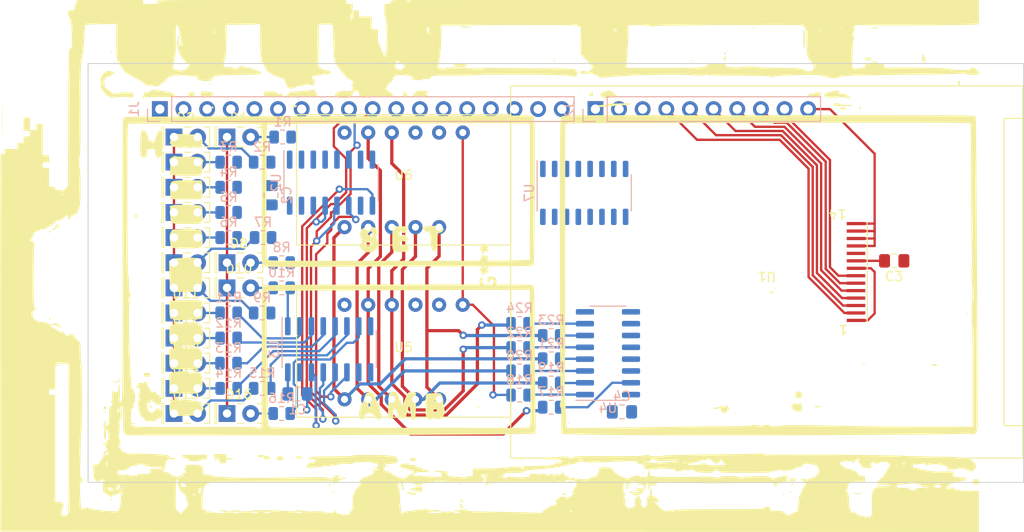
<source format=kicad_pcb>
(kicad_pcb (version 20210424) (generator pcbnew)
  (layers (0 "F.Cu" signal) (31 "B.Cu" signal) (34 "B.Paste" user) (35 "F.Paste" user) (36 "B.SilkS" user "B.Silkscreen") (37 "F.SilkS" user "F.Silkscreen") (38 "B.Mask" user) (39 "F.Mask" user) (44 "Edge.Cuts" user))
  (net 0 "")
  (net 1 "+5V")
  (net 2 "Net-(D1-Pad2)")
  (net 3 "Net-(D2-Pad2)")
  (net 4 "Net-(R1-Pad1)")
  (net 5 "Net-(D3-Pad2)")
  (net 6 "Net-(R2-Pad1)")
  (net 7 "Net-(R3-Pad1)")
  (net 8 "Net-(D4-Pad2)")
  (net 9 "Net-(R4-Pad1)")
  (net 10 "Net-(R5-Pad1)")
  (net 11 "Net-(D5-Pad2)")
  (net 12 "Net-(R6-Pad1)")
  (net 13 "Net-(R7-Pad1)")
  (net 14 "Net-(R8-Pad1)")
  (net 15 "Net-(R9-Pad1)")
  (net 16 "Net-(R10-Pad1)")
  (net 17 "Net-(D6-Pad2)")
  (net 18 "Net-(R11-Pad1)")
  (net 19 "Net-(R12-Pad1)")
  (net 20 "Net-(D7-Pad2)")
  (net 21 "Net-(R13-Pad1)")
  (net 22 "Net-(R14-Pad1)")
  (net 23 "Net-(D8-Pad2)")
  (net 24 "Net-(R15-Pad1)")
  (net 25 "Net-(R16-Pad1)")
  (net 26 "Net-(R17-Pad1)")
  (net 27 "Net-(R18-Pad1)")
  (net 28 "Net-(R19-Pad1)")
  (net 29 "Net-(R20-Pad1)")
  (net 30 "Net-(R21-Pad1)")
  (net 31 "Net-(R22-Pad1)")
  (net 32 "Net-(R23-Pad1)")
  (net 33 "Net-(R23-Pad2)")
  (net 34 "Net-(R24-Pad1)")
  (net 35 "Net-(R24-Pad2)")
  (net 36 "Net-(D9-Pad2)")
  (net 37 "Net-(D10-Pad2)")
  (net 38 "Net-(D11-Pad2)")
  (net 39 "Net-(D12-Pad2)")
  (net 40 "Net-(D13-Pad2)")
  (net 41 "Net-(D14-Pad2)")
  (net 42 "Net-(D15-Pad2)")
  (net 43 "Net-(C3-Pad2)")
  (net 44 "Net-(D16-Pad2)")
  (net 45 "/MOSI_2")
  (net 46 "/SCK_2")
  (net 47 "/Clear")
  (net 48 "/LH_2")
  (net 49 "/MOSI_1")
  (net 51 "/SCK_1")
  (net 52 "/LED_Dimming")
  (net 53 "/LH_1")
  (net 55 "/D1")
  (net 56 "Net-(J2-Pad4)")
  (net 57 "Net-(J2-Pad5)")
  (net 58 "Net-(J2-Pad6)")
  (net 59 "Net-(J2-Pad7)")
  (net 60 "Net-(R17-Pad2)")
  (net 61 "Net-(R18-Pad2)")
  (net 62 "Net-(R19-Pad2)")
  (net 63 "Net-(R20-Pad2)")
  (net 64 "Net-(R21-Pad2)")
  (net 65 "Net-(R22-Pad2)")
  (net 66 "Net-(J2-Pad8)")
  (net 67 "Net-(J2-Pad9)")
  (net 68 "Net-(J2-Pad3)")
  (net 69 "Net-(U2-Pad9)")
  (net 72 "Net-(U6-Pad8)")
  (net 73 "Net-(U6-Pad9)")
  (net 74 "Net-(U6-Pad12)")
  (net 75 "/D2")
  (net 76 "/D3")
  (net 77 "/D4")
  (net 78 "/D5")
  (net 79 "/D6")
  (net 81 "GND")
  (net 83 "Net-(U5-Pad8)")
  (net 84 "Net-(U5-Pad9)")
  (net 85 "Net-(U5-Pad12)")
  (footprint "LED_THT:LED_Rectangular_W5.0mm_H2.0mm" (layer "F.Cu") (at 107.525 68.4)
    (fp_text reference "D1")
    (fp_text value "LED")
  )
  (footprint "LEDs:2.2_wvga_spi" (layer "F.Cu") (at 165.5 82.9 180)
    (fp_text reference "U1")
    (fp_text value "2.2__WVGA_SPI_14pin")
  )
  (footprint "LED_THT:LED_Rectangular_W5.0mm_H2.0mm" (layer "F.Cu") (at 101.825 71.1)
    (fp_text reference "D3")
    (fp_text value "LED")
  )
  (footprint "LED_THT:LED_Rectangular_W5.0mm_H2.0mm" (layer "F.Cu") (at 101.825 73.8)
    (fp_text reference "D4")
    (fp_text value "LED")
  )
  (footprint "Capacitor_SMD:C_0805_2012Metric_Pad1.18x1.45mm_HandSolder" (layer "F.Cu") (at 179.2 81.7 180)
    (fp_text reference "C3")
    (fp_text value "100n")
  )
  (footprint "LED_THT:LED_Rectangular_W5.0mm_H2.0mm" (layer "F.Cu") (at 101.825 76.5)
    (fp_text reference "D5")
    (fp_text value "LED")
  )
  (footprint "LED_THT:LED_Rectangular_W5.0mm_H2.0mm" (layer "F.Cu") (at 107.525 81.9)
    (fp_text reference "D8")
    (fp_text value "LED")
  )
  (footprint "LED_THT:LED_Rectangular_W5.0mm_H2.0mm" (layer "F.Cu") (at 107.525 98.1)
    (fp_text reference "D16")
    (fp_text value "LED")
  )
  (footprint "LED_THT:LED_Rectangular_W5.0mm_H2.0mm" (layer "F.Cu") (at 101.825 90)
    (fp_text reference "D12")
    (fp_text value "LED")
  )
  (footprint "LED_THT:LED_Rectangular_W5.0mm_H2.0mm" (layer "F.Cu") (at 101.825 84.6)
    (fp_text reference "D9")
    (fp_text value "LED")
  )
  (footprint "Personal:CL3631AH" (layer "F.Cu") (at 126.5 73)
    (fp_text reference "U6")
    (fp_text value "CL3631AH")
  )
  (footprint "Personal:CL3631AH" (layer "F.Cu") (at 126.5 91.5)
    (fp_text reference "U5")
    (fp_text value "CL3631AH")
  )
  (footprint "LED_THT:LED_Rectangular_W5.0mm_H2.0mm" (layer "F.Cu") (at 101.825 68.4)
    (fp_text reference "D2")
    (fp_text value "LED")
  )
  (footprint "LED_THT:LED_Rectangular_W5.0mm_H2.0mm" (layer "F.Cu") (at 101.825 79.2)
    (fp_text reference "D6")
    (fp_text value "LED")
  )
  (footprint "LED_THT:LED_Rectangular_W5.0mm_H2.0mm" (layer "F.Cu") (at 101.825 92.7)
    (fp_text reference "D13")
    (fp_text value "LED")
  )
  (footprint "Personal:hvac overlay" (layer "F.Cu") (at 135.636 82.296 -90)
    (fp_text reference "G***")
    (fp_text value "LOGO" hide)
  )
  (footprint "LED_THT:LED_Rectangular_W5.0mm_H2.0mm" (layer "F.Cu") (at 101.825 81.9)
    (fp_text reference "D7")
    (fp_text value "LED")
  )
  (footprint "LED_THT:LED_Rectangular_W5.0mm_H2.0mm" (layer "F.Cu") (at 101.825 98.1)
    (fp_text reference "D15")
    (fp_text value "LED")
  )
  (footprint "LED_THT:LED_Rectangular_W5.0mm_H2.0mm" (layer "F.Cu") (at 101.825 87.3)
    (fp_text reference "D11")
    (fp_text value "LED")
  )
  (footprint "LED_THT:LED_Rectangular_W5.0mm_H2.0mm" (layer "F.Cu") (at 107.525 84.6)
    (fp_text reference "D10")
    (fp_text value "LED")
  )
  (footprint "LED_THT:LED_Rectangular_W5.0mm_H2.0mm" (layer "F.Cu") (at 101.825 95.4)
    (fp_text reference "D14")
    (fp_text value "LED")
  )
  (footprint "Capacitor_SMD:C_0805_2012Metric_Pad1.18x1.45mm_HandSolder" (layer "B.Cu") (at 115.1 96)
    (fp_text reference "C1")
    (fp_text value "100n")
  )
  (footprint "Resistor_SMD:R_0805_2012Metric" (layer "B.Cu") (at 111.3 71.1 180)
    (fp_text reference "R2")
    (fp_text value "220")
  )
  (footprint "Package_SO:SOIC-16_3.9x9.9mm_P1.27mm" (layer "B.Cu") (at 118.5 91.2 -90)
    (fp_text reference "U3")
    (fp_text value "74HC595")
  )
  (footprint "Resistor_SMD:R_0805_2012Metric" (layer "B.Cu") (at 142.351854 89.725 180)
    (fp_text reference "R23")
    (fp_text value "220")
  )
  (footprint "Resistor_SMD:R_0805_2012Metric" (layer "B.Cu") (at 113.4 84.6 180)
    (fp_text reference "R10")
    (fp_text value "220")
  )
  (footprint "Resistor_SMD:R_0805_2012Metric" (layer "B.Cu") (at 138.951854 96.125 180)
    (fp_text reference "R18")
    (fp_text value "220")
  )
  (footprint "Resistor_SMD:R_0805_2012Metric" (layer "B.Cu") (at 142.351854 92.225 180)
    (fp_text reference "R21")
    (fp_text value "220")
  )
  (footprint "Resistor_SMD:R_0805_2012Metric" (layer "B.Cu") (at 113.4 81.9 180)
    (fp_text reference "R8")
    (fp_text value "220")
  )
  (footprint "Package_SO:SO-16_3.9x9.9mm_P1.27mm" (layer "B.Cu") (at 145.9 74.4 -90)
    (fp_text reference "U7")
    (fp_text value "ULN2003")
  )
  (footprint "Resistor_SMD:R_0805_2012Metric" (layer "B.Cu") (at 113.4 98.1 180)
    (fp_text reference "R16")
    (fp_text value "220")
  )
  (footprint "Resistor_SMD:R_0805_2012Metric" (layer "B.Cu") (at 107.7 95.4 180)
    (fp_text reference "R14")
    (fp_text value "220")
  )
  (footprint "Resistor_SMD:R_0805_2012Metric" (layer "B.Cu") (at 138.951854 88.425 180)
    (fp_text reference "R24")
    (fp_text value "220")
  )
  (footprint "Resistor_SMD:R_0805_2012Metric" (layer "B.Cu") (at 111.3 95.4 180)
    (fp_text reference "R15")
    (fp_text value "220")
  )
  (footprint "Package_SO:SOIC-16_3.9x9.9mm_P1.27mm" (layer "B.Cu") (at 148.451854 91.625)
    (fp_text reference "U4")
    (fp_text value "74HC595")
  )
  (footprint "Resistor_SMD:R_0805_2012Metric" (layer "B.Cu") (at 107.7 71.1 180)
    (fp_text reference "R3")
    (fp_text value "220")
  )
  (footprint "Resistor_SMD:R_0805_2012Metric" (layer "B.Cu") (at 142.351854 94.825 180)
    (fp_text reference "R19")
    (fp_text value "220")
  )
  (footprint "Capacitor_SMD:C_0805_2012Metric_Pad1.18x1.45mm_HandSolder" (layer "B.Cu") (at 149.951854 97.925 180)
    (fp_text reference "C4")
    (fp_text value "100n")
  )
  (footprint "Resistor_SMD:R_0805_2012Metric" (layer "B.Cu") (at 138.951854 93.525 180)
    (fp_text reference "R20")
    (fp_text value "220")
  )
  (footprint "Resistor_SMD:R_0805_2012Metric" (layer "B.Cu") (at 107.7 73.8 180)
    (fp_text reference "R4")
    (fp_text value "220")
  )
  (footprint "Resistor_SMD:R_0805_2012Metric" (layer "B.Cu") (at 107.7 79.2 180)
    (fp_text reference "R6")
    (fp_text value "220")
  )
  (footprint "Resistor_SMD:R_0805_2012Metric" (layer "B.Cu") (at 107.7 90 180)
    (fp_text reference "R12")
    (fp_text value "220")
  )
  (footprint "Resistor_SMD:R_0805_2012Metric" (layer "B.Cu") (at 107.7 76.5 180)
    (fp_text reference "R5")
    (fp_text value "220")
  )
  (footprint "Resistor_SMD:R_0805_2012Metric" (layer "B.Cu") (at 107.7 87.3 180)
    (fp_text reference "R11")
    (fp_text value "220")
  )
  (footprint "Connector_PinSocket_2.54mm:PinSocket_1x10_P2.54mm_Vertical" (layer "B.Cu") (at 147.1 65.4 -90)
    (fp_text reference "J2")
    (fp_text value "Conn_01x10")
  )
  (footprint "Resistor_SMD:R_0805_2012Metric" (layer "B.Cu") (at 142.351854 97.425 180)
    (fp_text reference "R17")
    (fp_text value "220")
  )
  (footprint "Resistor_SMD:R_0805_2012Metric" (layer "B.Cu") (at 113.5 68.4 180)
    (fp_text reference "R1")
    (fp_text value "220")
  )
  (footprint "Package_SO:SOIC-16_3.9x9.9mm_P1.27mm" (layer "B.Cu") (at 118.7 73.3 -90)
    (fp_text reference "U2")
    (fp_text value "74HC595")
  )
  (footprint "Resistor_SMD:R_0805_2012Metric" (layer "B.Cu") (at 138.951854 91.025 180)
    (fp_text reference "R22")
    (fp_text value "220")
  )
  (footprint "Resistor_SMD:R_0805_2012Metric" (layer "B.Cu") (at 107.6875 92.7 180)
    (fp_text reference "R13")
    (fp_text value "220")
  )
  (footprint "Resistor_SMD:R_0805_2012Metric" (layer "B.Cu") (at 111.3 87.3 180)
    (fp_text reference "R9")
    (fp_text value "220")
  )
  (footprint "Connector_PinSocket_2.54mm:PinSocket_1x18_P2.54mm_Vertical" (layer "B.Cu") (at 100.31 65.4 -90)
    (fp_text reference "J1")
    (fp_text value "Conn_01x18")
  )
  (footprint "Resistor_SMD:R_0805_2012Metric" (layer "B.Cu") (at 111.4 79.2 180)
    (fp_text reference "R7")
    (fp_text value "220")
  )
  (footprint "Capacitor_SMD:C_0805_2012Metric_Pad1.18x1.45mm_HandSolder" (layer "B.Cu") (at 112.25 74.65 90)
    (fp_text reference "C2")
    (fp_text value "100n")
  )
  (gr_rect (start 92.6 60.5) (end 193.1 105.5) (layer "Edge.Cuts") (width 0.1) (fill none))
  (segment (start 114.0625 93.6825) (end 114.055 93.675) (width 0.25) (layer "B.Cu") (net 1))
  (segment (start 114.0625 96) (end 114.0625 93.6825) (width 0.25) (layer "B.Cu") (net 1))
  (segment (start 110.065 68.4) (end 112.5875 68.4) (width 0.25) (layer "B.Cu") (net 2))
  (segment (start 110.3875 71.1) (end 110.3875 70.936522) (width 0.25) (layer "B.Cu") (net 3))
  (segment (start 105.589511 69.624511) (end 109.075489 69.624511) (width 0.25) (layer "B.Cu") (net 3))
  (segment (start 110.3875 70.936522) (end 109.075489 69.624511) (width 0.25) (layer "B.Cu") (net 3))
  (segment (start 104.365 68.4) (end 105.589511 69.624511) (width 0.25) (layer "B.Cu") (net 3))
  (segment (start 104.365 71.1) (end 106.7875 71.1) (width 0.25) (layer "B.Cu") (net 5))
  (segment (start 104.365 73.8) (end 106.7875 73.8) (width 0.25) (layer "B.Cu") (net 8))
  (segment (start 104.365 76.5) (end 106.7875 76.5) (width 0.25) (layer "B.Cu") (net 11))
  (segment (start 114.055 88.725) (end 114.055 84.8575) (width 0.25) (layer "B.Cu") (net 16))
  (segment (start 114.055 84.8575) (end 114.3125 84.6) (width 0.25) (layer "B.Cu") (net 16))
  (segment (start 106.7875 79.2) (end 104.365 79.2) (width 0.25) (layer "B.Cu") (net 17))
  (segment (start 115.00048 90.02452) (end 111.33702 90.02452) (width 0.25) (layer "B.Cu") (net 18))
  (segment (start 115.325 88.725) (end 115.325 89.7) (width 0.25) (layer "B.Cu") (net 18))
  (segment (start 115.325 89.7) (end 115.00048 90.02452) (width 0.25) (layer "B.Cu") (net 18))
  (segment (start 111.33702 90.02452) (end 108.6125 87.3) (width 0.25) (layer "B.Cu") (net 18))
  (segment (start 116.595 89.7) (end 116.595 88.725) (width 0.25) (layer "B.Cu") (net 19))
  (segment (start 108.6125 90) (end 109.08654 90.47404) (width 0.25) (layer "B.Cu") (net 19))
  (segment (start 115.82096 90.47404) (end 116.595 89.7) (width 0.25) (layer "B.Cu") (net 19))
  (segment (start 109.08654 90.47404) (end 115.82096 90.47404) (width 0.25) (layer "B.Cu") (net 19))
  (segment (start 105.865 80.4) (end 109.2875 80.4) (width 0.25) (layer "B.Cu") (net 20))
  (segment (start 109.2875 80.4) (end 110.4875 79.2) (width 0.25) (layer "B.Cu") (net 20))
  (segment (start 104.365 81.9) (end 105.865 80.4) (width 0.25) (layer "B.Cu") (net 20))
  (segment (start 117.865 89.7) (end 116.64144 90.92356) (width 0.25) (layer "B.Cu") (net 21))
  (segment (start 116.64144 90.92356) (end 111.47644 90.92356) (width 0.25) (layer "B.Cu") (net 21))
  (segment (start 117.865 88.725) (end 117.865 89.7) (width 0.25) (layer "B.Cu") (net 21))
  (segment (start 108.6 92.7) (end 109.7 92.7) (width 0.25) (layer "B.Cu") (net 21))
  (segment (start 109.7 92.7) (end 111.47644 90.92356) (width 0.25) (layer "B.Cu") (net 21))
  (segment (start 112.5 91.4) (end 108.6125 95.2875) (width 0.25) (layer "B.Cu") (net 22))
  (segment (start 108.6125 95.2875) (end 108.6125 95.4) (width 0.25) (layer "B.Cu") (net 22))
  (segment (start 119.135 89.7) (end 117.435 91.4) (width 0.25) (layer "B.Cu") (net 22))
  (segment (start 117.435 91.4) (end 112.5 91.4) (width 0.25) (layer "B.Cu") (net 22))
  (segment (start 119.135 88.725) (end 119.135 89.7) (width 0.25) (layer "B.Cu") (net 22))
  (segment (start 110.065 81.9) (end 112.4875 81.9) (width 0.25) (layer "B.Cu") (net 23))
  (segment (start 112.2125 95.4) (end 112.2125 92.8875) (width 0.25) (layer "B.Cu") (net 24))
  (segment (start 112.2125 92.8875) (end 112.35 92.75) (width 0.25) (layer "B.Cu") (net 24))
  (segment (start 113.25048 91.84952) (end 118.25548 91.84952) (width 0.25) (layer "B.Cu") (net 24))
  (segment (start 120.405 89.7) (end 120.405 88.725) (width 0.25) (layer "B.Cu") (net 24))
  (segment (start 118.25548 91.84952) (end 120.405 89.7) (width 0.25) (layer "B.Cu") (net 24))
  (segment (start 112.2125 92.8875) (end 113.25048 91.84952) (width 0.25) (layer "B.Cu") (net 24))
  (segment (start 114.70048 92.646374) (end 115.046854 92.3) (width 0.25) (layer "B.Cu") (net 25))
  (segment (start 120.4 90.5) (end 121.1 90.5) (width 0.25) (layer "B.Cu") (net 25))
  (segment (start 115.02548 95.24904) (end 114.70048 94.92404) (width 0.25) (layer "B.Cu") (net 25))
  (segment (start 114.3125 98.1) (end 115.02548 97.38702) (width 0.25) (layer "B.Cu") (net 25))
  (segment (start 114.70048 94.92404) (end 114.70048 92.646374) (width 0.25) (layer "B.Cu") (net 25))
  (segment (start 118.6 92.3) (end 120.4 90.5) (width 0.25) (layer "B.Cu") (net 25))
  (segment (start 121.675 88.725) (end 121.675 89.925) (width 0.25) (layer "B.Cu") (net 25))
  (segment (start 115.046854 92.3) (end 118.6 92.3) (width 0.25) (layer "B.Cu") (net 25))
  (segment (start 121.675 89.925) (end 121.1 90.5) (width 0.25) (layer "B.Cu") (net 25))
  (segment (start 115.02548 97.38702) (end 115.02548 95.24904) (width 0.25) (layer "B.Cu") (net 25))
  (segment (start 146.275 97.425) (end 148.9 94.8) (width 0.25) (layer "B.Cu") (net 26))
  (segment (start 143.264354 97.425) (end 146.275 97.425) (width 0.25) (layer "B.Cu") (net 26))
  (segment (start 148.9 94.8) (end 150.926854 94.8) (width 0.25) (layer "B.Cu") (net 26))
  (segment (start 145.976854 96.07) (end 139.919354 96.07) (width 0.25) (layer "B.Cu") (net 27))
  (segment (start 139.919354 96.07) (end 139.864354 96.125) (width 0.25) (layer "B.Cu") (net 27))
  (segment (start 145.951854 94.825) (end 145.976854 94.8) (width 0.25) (layer "B.Cu") (net 28))
  (segment (start 143.264354 94.825) (end 145.951854 94.825) (width 0.25) (layer "B.Cu") (net 28))
  (segment (start 145.976854 93.53) (end 139.869354 93.53) (width 0.25) (layer "B.Cu") (net 29))
  (segment (start 139.869354 93.53) (end 139.864354 93.525) (width 0.25) (layer "B.Cu") (net 29))
  (segment (start 143.264354 92.225) (end 145.941854 92.225) (width 0.25) (layer "B.Cu") (net 30))
  (segment (start 145.941854 92.225) (end 145.976854 92.26) (width 0.25) (layer "B.Cu") (net 30))
  (segment (start 139.899354 90.99) (end 139.864354 91.025) (width 0.25) (layer "B.Cu") (net 31))
  (segment (start 145.976854 90.99) (end 139.899354 90.99) (width 0.25) (layer "B.Cu") (net 31))
  (segment (start 145.971854 89.725) (end 145.976854 89.72) (width 0.25) (layer "B.Cu") (net 32))
  (segment (start 143.264354 89.725) (end 145.971854 89.725) (width 0.25) (layer "B.Cu") (net 32))
  (segment (start 129 82.5) (end 129 89.2) (width 0.35) (layer "F.Cu") (net 33))
  (segment (start 129 89.2) (end 132.4 89.2) (width 0.35) (layer "F.Cu") (net 33))
  (segment (start 130.31 78.08) (end 130.31 81.19) (width 0.35) (layer "F.Cu") (net 33))
  (segment (start 132.4 89.2) (end 132.9 89.7) (width 0.35) (layer "F.Cu") (net 33))
  (segment (start 129 89.2) (end 129 95.27) (width 0.35) (layer "F.Cu") (net 33))
  (segment (start 129 95.27) (end 130.31 96.58) (width 0.35) (layer "F.Cu") (net 33))
  (segment (start 130.31 81.19) (end 129 82.5) (width 0.35) (layer "F.Cu") (net 33))
  (via (at 132.9 89.7) (size 0.8) (drill 0.4) (layers "F.Cu" "B.Cu") (net 33))
  (segment (start 132.9 89.7) (end 132.925 89.725) (width 0.35) (layer "B.Cu") (net 33))
  (segment (start 132.925 89.725) (end 141.439354 89.725) (width 0.35) (layer "B.Cu") (net 33))
  (segment (start 145.976854 88.45) (end 139.889354 88.45) (width 0.25) (layer "B.Cu") (net 34))
  (segment (start 139.889354 88.45) (end 139.864354 88.425) (width 0.25) (layer "B.Cu") (net 34))
  (segment (start 123.826511 82.173489) (end 123.826511 95.176511) (width 0.35) (layer "F.Cu") (net 35))
  (segment (start 134.424588 89.075412) (end 134.9 88.6) (width 0.35) (layer "F.Cu") (net 35))
  (segment (start 134.424588 94.924588) (end 134.424588 89.075412) (width 0.35) (layer "F.Cu") (net 35))
  (segment (start 125.23 80.77) (end 123.826511 82.173489) (width 0.35) (layer "F.Cu") (net 35))
  (segment (start 125.23 96.58) (end 126.91603 98.26603) (width 0.35) (layer "F.Cu") (net 35))
  (segment (start 131.083145 98.26603) (end 134.424588 94.924588) (width 0.35) (layer "F.Cu") (net 35))
  (segment (start 126.91603 98.26603) (end 131.083145 98.26603) (width 0.35) (layer "F.Cu") (net 35))
  (segment (start 123.826511 95.176511) (end 125.23 96.58) (width 0.35) (layer "F.Cu") (net 35))
  (segment (start 125.23 78.08) (end 125.23 80.77) (width 0.35) (layer "F.Cu") (net 35))
  (via (at 134.9 88.6) (size 0.8) (drill 0.4) (layers "F.Cu" "B.Cu") (net 35))
  (segment (start 136.7 88.6) (end 137.864354 88.6) (width 0.35) (layer "B.Cu") (net 35))
  (segment (start 137.864354 88.6) (end 138.039354 88.425) (width 0.35) (layer "B.Cu") (net 35))
  (segment (start 134.9 88.6) (end 136.7 88.6) (width 0.35) (layer "B.Cu") (net 35))
  (segment (start 109.0875 86) (end 110.3875 87.3) (width 0.25) (layer "B.Cu") (net 36))
  (segment (start 104.365 84.6) (end 105.765 86) (width 0.25) (layer "B.Cu") (net 36))
  (segment (start 105.765 86) (end 109.0875 86) (width 0.25) (layer "B.Cu") (net 36))
  (segment (start 110.065 84.6) (end 112.4875 84.6) (width 0.25) (layer "B.Cu") (net 37))
  (segment (start 104.365 87.3) (end 106.7875 87.3) (width 0.25) (layer "B.Cu") (net 38))
  (segment (start 106.7875 90) (end 104.365 90) (width 0.25) (layer "B.Cu") (net 39))
  (segment (start 104.365 92.7) (end 106.775 92.7) (width 0.25) (layer "B.Cu") (net 40))
  (segment (start 104.365 95.4) (end 106.7875 95.4) (width 0.25) (layer "B.Cu") (net 41))
  (segment (start 105.765 96.7) (end 109.2875 96.7) (width 0.25) (layer "B.Cu") (net 42))
  (segment (start 104.365 98.1) (end 105.765 96.7) (width 0.25) (layer "B.Cu") (net 42))
  (segment (start 109.2875 96.7) (end 110.5875 95.4) (width 0.25) (layer "B.Cu") (net 42))
  (segment (start 175.1 81.7) (end 178.1625 81.7) (width 0.25) (layer "F.Cu") (net 43))
  (segment (start 110.065 98.1) (end 112.4875 98.1) (width 0.25) (layer "B.Cu") (net 44))
  (segment (start 117.7 96.3) (end 118.67402 96.3) (width 0.25) (layer "F.Cu") (net 51))
  (segment (start 118.724511 77.824511) (end 118.724511 78.375489) (width 0.25) (layer "F.Cu") (net 51))
  (segment (start 121.077035 76.975489) (end 119.573533 76.975489) (width 0.25) (layer "F.Cu") (net 51))
  (segment (start 117.1 95.7) (end 117.7 96.3) (width 0.25) (layer "F.Cu") (net 51))
  (segment (start 118.3 79.8) (end 117.1 81) (width 0.25) (layer "F.Cu") (net 51))
  (segment (start 118.3 78.8) (end 118.3 79.8) (width 0.25) (layer "F.Cu") (net 51))
  (segment (start 117.1 81) (end 117.1 95.7) (width 0.25) (layer "F.Cu") (net 51))
  (segment (start 118.724511 78.375489) (end 118.3 78.8) (width 0.25) (layer "F.Cu") (net 51))
  (segment (start 121.36112 77.259574) (end 121.077035 76.975489) (width 0.25) (layer "F.Cu") (net 51))
  (segment (start 119.573533 76.975489) (end 118.724511 77.824511) (width 0.25) (layer "F.Cu") (net 51))
  (via (at 121.36112 77.259574) (size 0.8) (drill 0.4) (layers "F.Cu" "B.Cu") (net 51))
  (via (at 118.67402 96.3) (size 0.8) (drill 0.4) (layers "F.Cu" "B.Cu") (net 51))
  (segment (start 118.8 95.7) (end 118.67402 95.82598) (width 0.25) (layer "B.Cu") (net 51))
  (segment (start 121.36112 77.259574) (end 120.605 76.503454) (width 0.25) (layer "B.Cu") (net 51))
  (segment (start 120.405 94.095) (end 118.8 95.7) (width 0.25) (layer "B.Cu") (net 51))
  (segment (start 118.67402 95.82598) (end 118.67402 96.3) (width 0.25) (layer "B.Cu") (net 51))
  (segment (start 120.605 76.503454) (end 120.605 75.775) (width 0.25) (layer "B.Cu") (net 51))
  (segment (start 120.405 93.675) (end 120.405 94.095) (width 0.25) (layer "B.Cu") (net 51))
  (segment (start 120.324511 74.347766) (end 120.324511 70.724511) (width 0.25) (layer "F.Cu") (net 52))
  (segment (start 117.112299 77.187701) (end 118.7 75.6) (width 0.25) (layer "F.Cu") (net 52))
  (segment (start 117.8245 97.716506) (end 117.8245 98.7) (width 0.25) (layer "F.Cu") (net 52))
  (segment (start 116.1 94.5) (end 116.1 95.992006) (width 0.25) (layer "F.Cu") (net 52))
  (segment (start 118.7 75.6) (end 119.072277 75.6) (width 0.25) (layer "F.Cu") (net 52))
  (segment (start 116.6 77.7) (end 116.787701 77.512299) (width 0.25) (layer "F.Cu") (net 52))
  (segment (start 116.603997 96.496003) (end 117.8245 97.716506) (width 0.25) (layer "F.Cu") (net 52))
  (segment (start 120.324511 70.724511) (end 119 69.4) (width 0.25) (layer "F.Cu") (net 52))
  (segment (start 116.787701 77.512299) (end 117.112299 77.512299) (width 0.25) (layer "F.Cu") (net 52))
  (segment (start 119 69.4) (end 119 67.461963) (width 0.25) (layer "F.Cu") (net 52))
  (segment (start 116.1 78.2) (end 116.6 77.7) (width 0.25) (layer "F.Cu") (net 52))
  (segment (start 119.887452 66.574511) (end 121.995489 66.574511) (width 0.25) (layer "F.Cu") (net 52))
  (segment (start 116.1 95.992006) (end 116.603997 96.496003) (width 0.25) (layer "F.Cu") (net 52))
  (segment (start 119.072277 75.6) (end 120.324511 74.347766) (width 0.25) (layer "F.Cu") (net 52))
  (segment (start 119 67.461963) (end 119.887452 66.574511) (width 0.25) (layer "F.Cu") (net 52))
  (segment (start 116.1 94.5) (end 116.1 79.6) (width 0.25) (layer "F.Cu") (net 52))
  (segment (start 116.1 79.6) (end 116.1 78.2) (width 0.25) (layer "F.Cu") (net 52))
  (segment (start 121.995489 66.574511) (end 123.17 65.4) (width 0.25) (layer "F.Cu") (net 52))
  (segment (start 116.1 95.7) (end 116.1 94.5) (width 0.25) (layer "F.Cu") (net 52))
  (segment (start 117.112299 77.512299) (end 117.112299 77.187701) (width 0.25) (layer "F.Cu") (net 52))
  (via (at 117.112299 77.512299) (size 0.8) (drill 0.4) (layers "F.Cu" "B.Cu") (net 52))
  (via (at 117.8245 98.7) (size 0.8) (drill 0.4) (layers "F.Cu" "B.Cu") (net 52))
  (segment (start 118.065 75.775) (end 118.065 77.165) (width 0.25) (layer "B.Cu") (net 52))
  (segment (start 117.8245 97.9245) (end 117.5 97.6) (width 0.25) (layer "B.Cu") (net 52))
  (segment (start 117.717701 77.512299) (end 118.065 77.165) (width 0.25) (layer "B.Cu") (net 52))
  (segment (start 117.5 97.6) (end 117.5 95.4) (width 0.25) (layer "B.Cu") (net 52))
  (segment (start 117.8245 98.7) (end 117.8245 97.9245) (width 0.25) (layer "B.Cu") (net 52))
  (segment (start 117.112299 77.512299) (end 117.717701 77.512299) (width 0.25) (layer "B.Cu") (net 52))
  (segment (start 117.5 95.4) (end 117.865 95.035) (width 0.25) (layer "B.Cu") (net 52))
  (segment (start 117.865 95.035) (end 117.865 93.675) (width 0.25) (layer "B.Cu") (net 52))
  (segment (start 116.54952 95.05048) (end 116.54952 95.44952) (width 0.25) (layer "F.Cu") (net 53))
  (segment (start 120.8 71.9) (end 120.8 69.976901) (width 0.25) (layer "F.Cu") (net 53))
  (segment (start 118.807995 76.5) (end 120.8 74.507995) (width 0.25) (layer "F.Cu") (net 53))
  (segment (start 117.162299 79.562299) (end 117.162299 78.534576) (width 0.25) (layer "F.Cu") (net 53))
  (segment (start 116.54952 80.175078) (end 116.54952 87.9) (width 0.25) (layer "F.Cu") (net 53))
  (segment (start 116.54952 87.9) (end 116.54952 95.05048) (width 0.25) (layer "F.Cu") (net 53))
  (segment (start 118.7 76.996875) (end 118.7 76.5) (width 0.25) (layer "F.Cu") (net 53))
  (segment (start 116.54952 95.805808) (end 119.2 98.456288) (width 0.25) (layer "F.Cu") (net 53))
  (segment (start 116.54952 95.05048) (end 116.54952 95.805808) (width 0.25) (layer "F.Cu") (net 53))
  (segment (start 117.162299 79.562299) (end 116.54952 80.175078) (width 0.25) (layer "F.Cu") (net 53))
  (segment (start 119.2179 98.8821) (end 119.2 98.9) (width 0.25) (layer "F.Cu") (net 53))
  (segment (start 120.8 69.976901) (end 121.494703 69.282198) (width 0.25) (layer "F.Cu") (net 53))
  (segment (start 120.8 74.507995) (end 120.8 71.9) (width 0.25) (layer "F.Cu") (net 53))
  (segment (start 118.7 76.5) (end 118.807995 76.5) (width 0.25) (layer "F.Cu") (net 53))
  (segment (start 117.162299 78.534576) (end 118.7 76.996875) (width 0.25) (layer "F.Cu") (net 53))
  (segment (start 119.2 98.456288) (end 119.2 98.9) (width 0.25) (layer "F.Cu") (net 53))
  (via (at 117.162299 79.562299) (size 0.8) (drill 0.4) (layers "F.Cu" "B.Cu") (net 53))
  (via (at 121.494703 69.282198) (size 0.8) (drill 0.4) (layers "F.Cu" "B.Cu") (net 53))
  (via (at 119.2 98.9) (size 0.8) (drill 0.4) (layers "F.Cu" "B.Cu") (net 53))
  (segment (start 121.494703 69.282198) (end 121.236511 69.024006) (width 0.25) (layer "B.Cu") (net 53))
  (segment (start 118.35 95.25) (end 117.94952 95.65048) (width 0.25) (layer "B.Cu") (net 53))
  (segment (start 117.94952 95.65048) (end 117.94952 97) (width 0.25) (layer "B.Cu") (net 53))
  (segment (start 119.335 75.775) (end 119.035 76.075) (width 0.25) (layer "B.Cu") (net 53))
  (segment (start 117.94952 97) (end 119.2 98.25048) (width 0.25) (layer "B.Cu") (net 53))
  (segment (start 118.35 95.25) (end 119.135 94.465) (width 0.25) (layer "B.Cu") (net 53))
  (segment (start 119.035 76.075) (end 119.035 77.689598) (width 0.25) (layer "B.Cu") (net 53))
  (segment (start 119.035 77.689598) (end 117.162299 79.562299) (width 0.25) (layer "B.Cu") (net 53))
  (segment (start 119.2179 98.8821) (end 119.2 98.9) (width 0.25) (layer "B.Cu") (net 53))
  (segment (start 119.135 94.465) (end 119.135 93.675) (width 0.25) (layer "B.Cu") (net 53))
  (segment (start 121.236511 66.006511) (end 120.63 65.4) (width 0.25) (layer "B.Cu") (net 53))
  (segment (start 119.2 98.25048) (end 119.2 98.9) (width 0.25) (layer "B.Cu") (net 53))
  (segment (start 121.236511 69.024006) (end 121.236511 66.006511) (width 0.25) (layer "B.Cu") (net 53))
  (segment (start 170 71.8) (end 170 83.45) (width 0.25) (layer "F.Cu") (net 56))
  (segment (start 170 83.45) (end 173.85 87.3) (width 0.25) (layer "F.Cu") (net 56))
  (segment (start 173.85 87.3) (end 175.1 87.3) (width 0.25) (layer "F.Cu") (net 56))
  (segment (start 154.72 65.4) (end 158.02 68.7) (width 0.25) (layer "F.Cu") (net 56))
  (segment (start 158.02 68.7) (end 158.7 68.7) (width 0.25) (layer "F.Cu") (net 56))
  (segment (start 158.02 68.7) (end 166.9 68.7) (width 0.25) (layer "F.Cu") (net 56))
  (segment (start 166.9 68.7) (end 170 71.8) (width 0.25) (layer "F.Cu") (net 56))
  (segment (start 170.44952 71.613803) (end 170.44952 83.24952) (width 0.25) (layer "F.Cu") (net 57))
  (segment (start 167.035718 68.2) (end 170.44952 71.613803) (width 0.25) (layer "F.Cu") (net 57))
  (segment (start 160.06 68.2) (end 167.035718 68.2) (width 0.25) (layer "F.Cu") (net 57))
  (segment (start 157.26 65.4) (end 160.06 68.2) (width 0.25) (layer "F.Cu") (net 57))
  (segment (start 173.7 86.5) (end 175.1 86.5) (width 0.25) (layer "F.Cu") (net 57))
  (segment (start 170.44952 83.24952) (end 173.7 86.5) (width 0.25) (layer "F.Cu") (net 57))
  (segment (start 170.89904 82.99904) (end 170.89904 71.427604) (width 0.25) (layer "F.Cu") (net 58))
  (segment (start 162.15048 67.75048) (end 159.8 65.4) (width 0.25) (layer "F.Cu") (net 58))
  (segment (start 175.1 85.7) (end 173.6 85.7) (width 0.25) (layer "F.Cu") (net 58))
  (segment (start 173.6 85.7) (end 170.89904 82.99904) (width 0.25) (layer "F.Cu") (net 58))
  (segment (start 170.89904 71.427604) (end 170.685718 71.214282) (width 0.25) (layer "F.Cu") (net 58))
  (segment (start 167.221916 67.75048) (end 162.15048 67.75048) (width 0.25) (layer "F.Cu") (net 58))
  (segment (start 170.89904 71.427604) (end 167.221916 67.75048) (width 0.25) (layer "F.Cu") (net 58))
  (segment (start 167.408114 67.30096) (end 171.053577 70.946423) (width 0.25) (layer "F.Cu") (net 59))
  (segment (start 173.54856 84.9) (end 175.1 84.9) (width 0.25) (layer "F.Cu") (net 59))
  (segment (start 171.053577 70.946423) (end 171.34856 71.241407) (width 0.25) (layer "F.Cu") (net 59))
  (segment (start 171.34856 82.7) (end 173.54856 84.9) (width 0.25) (layer "F.Cu") (net 59))
  (segment (start 162.34 65.4) (end 164.24096 67.30096) (width 0.25) (layer "F.Cu") (net 59))
  (segment (start 171.34856 71.241407) (end 171.34856 82.7) (width 0.25) (layer "F.Cu") (net 59))
  (segment (start 164.24096 67.30096) (end 167.408114 67.30096) (width 0.25) (layer "F.Cu") (net 59))
  (segment (start 127.267964 100.3) (end 137.2 100.3) (width 0.35) (layer "F.Cu") (net 60))
  (segment (start 124 72) (end 124 81.222862) (width 0.35) (layer "F.Cu") (net 60))
  (segment (start 122.69 94.897963) (end 124.093489 96.301452) (width 0.35) (layer "F.Cu") (net 60))
  (segment (start 124.133982 97.166018) (end 127.267964 100.3) (width 0.35) (layer "F.Cu") (net 60))
  (segment (start 122.69 67.92) (end 122.69 70.69) (width 0.35) (layer "F.Cu") (net 60))
  (segment (start 137.2 100.3) (end 139.7 97.8) (width 0.35) (layer "F.Cu") (net 60))
  (segment (start 122.69 86.42) (end 122.69 94.897963) (width 0.35) (layer "F.Cu") (net 60))
  (segment (start 124.093489 97.125526) (end 124.133982 97.166018) (width 0.35) (layer "F.Cu") (net 60))
  (segment (start 124 81.222862) (end 122.69 82.532862) (width 0.35) (layer "F.Cu") (net 60))
  (segment (start 122.69 70.69) (end 124 72) (width 0.35) (layer "F.Cu") (net 60))
  (segment (start 122.69 82.532862) (end 122.69 86.42) (width 0.35) (layer "F.Cu") (net 60))
  (segment (start 124.093489 96.301452) (end 124.093489 97.125526) (width 0.35) (layer "F.Cu") (net 60))
  (via (at 139.7 97.8) (size 0.8) (drill 0.4) (layers "F.Cu" "B.Cu") (net 60))
  (segment (start 139.7 97.8) (end 141.064354 97.8) (width 0.35) (layer "B.Cu") (net 60))
  (segment (start 141.064354 97.8) (end 141.439354 97.425) (width 0.35) (layer "B.Cu") (net 60))
  (segment (start 133.92763 86.42) (end 136.2 88.69237) (width 0.25) (layer "F.Cu") (net 61))
  (segment (start 136.2 88.69237) (end 136.2 95.5) (width 0.25) (layer "F.Cu") (net 61))
  (segment (start 132.85 86.42) (end 133.92763 86.42) (width 0.25) (layer "F.Cu") (net 61))
  (segment (start 136.2 95.5) (end 136.2 96) (width 0.25) (layer "F.Cu") (net 61))
  (segment (start 132.85 67.92) (end 132.85 86.42) (width 0.25) (layer "F.Cu") (net 61))
  (segment (start 136.2 96) (end 136.1 96.1) (width 0.25) (layer "F.Cu") (net 61))
  (via (at 136.1 96.1) (size 0.8) (drill 0.4) (layers "F.Cu" "B.Cu") (net 61))
  (segment (start 138.014354 96.1) (end 138.039354 96.125) (width 0.25) (layer "B.Cu") (net 61))
  (segment (start 136.1 96.1) (end 138.014354 96.1) (width 0.25) (layer "B.Cu") (net 61))
  (segment (start 126.366511 95.176511) (end 126.366511 82.633489) (width 0.35) (layer "F.Cu") (net 62))
  (segment (start 127.77 96.58) (end 126.366511 95.176511) (width 0.35) (layer "F.Cu") (net 62))
  (segment (start 127.77 81.23) (end 127.77 78.08) (width 0.35) (layer "F.Cu") (net 62))
  (segment (start 126.366511 82.633489) (end 127.77 81.23) (width 0.35) (layer "F.Cu") (net 62))
  (segment (start 128.627963 96.58) (end 130.382963 94.825) (width 0.35) (layer "B.Cu") (net 62))
  (segment (start 130.382963 94.825) (end 141.439354 94.825) (width 0.35) (layer "B.Cu") (net 62))
  (segment (start 127.77 96.58) (end 128.627963 96.58) (width 0.35) (layer "B.Cu") (net 62))
  (segment (start 121.5 82) (end 121.5 95.39) (width 0.35) (layer "F.Cu") (net 63))
  (segment (start 122.69 78.08) (end 122.69 80.81) (width 0.35) (layer "F.Cu") (net 63))
  (segment (start 121.5 95.39) (end 122.69 96.58) (width 0.35) (layer "F.Cu") (net 63))
  (segment (start 122.69 80.81) (end 121.5 82) (width 0.35) (layer "F.Cu") (net 63))
  (segment (start 123.547963 96.58) (end 126.602963 93.525) (width 0.35) (layer "B.Cu") (net 63))
  (segment (start 122.69 96.58) (end 123.547963 96.58) (width 0.35) (layer "B.Cu") (net 63))
  (segment (start 126.602963 93.525) (end 138.039354 93.525) (width 0.35) (layer "B.Cu") (net 63))
  (segment (start 120.15 78.08) (end 119.013489 79.216511) (width 0.35) (layer "F.Cu") (net 64))
  (segment (start 119.013489 79.216511) (end 119.013489 95.443489) (width 0.35) (layer "F.Cu") (net 64))
  (segment (start 119.013489 95.443489) (end 120.15 96.58) (width 0.35) (layer "F.Cu") (net 64))
  (segment (start 121.80548 94.92452) (end 123.97548 94.92452) (width 0.35) (layer "B.Cu") (net 64))
  (segment (start 120.15 96.58) (end 121.80548 94.92452) (width 0.35) (layer "B.Cu") (net 64))
  (segment (start 123.97548 94.92452) (end 126.675 92.225) (width 0.35) (layer "B.Cu") (net 64))
  (segment (start 126.675 92.225) (end 141.439354 92.225) (width 0.35) (layer "B.Cu") (net 64))
  (segment (start 130.855526 97.716511) (end 132.9 95.672037) (width 0.35) (layer "F.Cu") (net 65))
  (segment (start 125.23 82.77) (end 125.23 86.42) (width 0.35) (layer "F.Cu") (net 65))
  (segment (start 125.23 94.897963) (end 126.633489 96.301452) (width 0.35) (layer "F.Cu") (net 65))
  (segment (start 125.23 71.23) (end 126.5 72.5) (width 0.35) (layer "F.Cu") (net 65))
  (segment (start 126.633489 97.125526) (end 127.224474 97.716511) (width 0.35) (layer "F.Cu") (net 65))
  (segment (start 125.23 67.92) (end 125.23 71.23) (width 0.35) (layer "F.Cu") (net 65))
  (segment (start 126.5 72.5) (end 126.5 81.5) (width 0.35) (layer "F.Cu") (net 65))
  (segment (start 126.5 81.5) (end 125.23 82.77) (width 0.35) (layer "F.Cu") (net 65))
  (segment (start 132.9 95.672037) (end 132.9 91.2) (width 0.35) (layer "F.Cu") (net 65))
  (segment (start 125.23 86.42) (end 125.23 94.897963) (width 0.35) (layer "F.Cu") (net 65))
  (segment (start 127.224474 97.716511) (end 130.855526 97.716511) (width 0.35) (layer "F.Cu") (net 65))
  (segment (start 126.633489 96.301452) (end 126.633489 97.125526) (width 0.35) (layer "F.Cu") (net 65))
  (via (at 132.9 91.2) (size 0.8) (drill 0.4) (layers "F.Cu" "B.Cu") (net 65))
  (segment (start 132.9 91.2) (end 133.075 91.025) (width 0.35) (layer "B.Cu") (net 65))
  (segment (start 133.075 91.025) (end 138.039354 91.025) (width 0.35) (layer "B.Cu") (net 65))
  (segment (start 164.88 65.4) (end 166.33144 66.85144) (width 0.25) (layer "F.Cu") (net 66))
  (segment (start 166.33144 66.85144) (end 167.65144 66.85144) (width 0.25) (layer "F.Cu") (net 66))
  (segment (start 171.842139 82.557861) (end 173.384278 84.1) (width 0.25) (layer "F.Cu") (net 66))
  (segment (start 166.33144 66.85144) (end 166.54856 66.85144) (width 0.25) (layer "F.Cu") (net 66))
  (segment (start 167.65144 66.85144) (end 171.842139 71.042139) (width 0.25) (layer "F.Cu") (net 66))
  (segment (start 171.842139 71.042139) (end 171.842139 82.557861) (width 0.25) (layer "F.Cu") (net 66))
  (segment (start 173.384278 84.1) (end 175.1 84.1) (width 0.25) (layer "F.Cu") (net 66))
  (segment (start 167.80192 66.40192) (end 167.837638 66.40192) (width 0.25) (layer "F.Cu") (net 67))
  (segment (start 172.3 82.380004) (end 173.219996 83.3) (width 0.25) (layer "F.Cu") (net 67))
  (segment (start 167.42 66.02) (end 167.80192 66.40192) (width 0.25) (layer "F.Cu") (net 67))
  (segment (start 167.42 65.4) (end 167.42 66.02) (width 0.25) (layer "F.Cu") (net 67))
  (segment (start 172.3 70.864282) (end 172.3 82.380004) (width 0.25) (layer "F.Cu") (net 67))
  (segment (start 173.219996 83.3) (end 175.1 83.3) (width 0.25) (layer "F.Cu") (net 67))
  (segment (start 167.837638 66.40192) (end 172.3 70.864282) (width 0.25) (layer "F.Cu") (net 67))
  (segment (start 119.6 74) (end 115.6 78) (width 0.25) (layer "F.Cu") (net 69))
  (segment (start 117.1 99.4) (end 117.1 97.627724) (width 0.25) (layer "F.Cu") (net 69))
  (segment (start 116.636138 97.163862) (end 115.6 96.127723) (width 0.25) (layer "F.Cu") (net 69))
  (segment (start 115.6 96.127723) (end 115.6 79.027724) (width 0.25) (layer "F.Cu") (net 69))
  (segment (start 117.1 97.627724) (end 116.636138 97.163862) (width 0.25) (layer "F.Cu") (net 69))
  (segment (start 115.6 96.127723) (end 115.6 95.3) (width 0.25) (layer "F.Cu") (net 69))
  (segment (start 115.6 78) (end 115.6 79.027724) (width 0.25) (layer "F.Cu") (net 69))
  (via (at 119.6 74) (size 0.8) (drill 0.4) (layers "F.Cu" "B.Cu") (net 69))
  (via (at 117.1 99.4) (size 0.8) (drill 0.4) (layers "F.Cu" "B.Cu") (net 69))
  (segment (start 117.04952 96.74952) (end 117.04952 99.34952) (width 0.25) (layer "B.Cu") (net 69))
  (segment (start 122.6 74) (end 119.6 74) (width 0.25) (layer "B.Cu") (net 69))
  (segment (start 117.04952 99.34952) (end 117.1 99.4) (width 0.25) (layer "B.Cu") (net 69))
  (segment (start 117.04952 95.74952) (end 117.04952 96.74952) (width 0.25) (layer "B.Cu") (net 69))
  (segment (start 117.04952 94.12952) (end 117.04952 95.74952) (width 0.25) (layer "B.Cu") (net 69))
  (segment (start 117.04952 96.74952) (end 117.04952 97.74952) (width 0.25) (layer "B.Cu") (net 69))
  (segment (start 123.145 75.775) (end 123.145 74.545) (width 0.25) (layer "B.Cu") (net 69))
  (segment (start 116.595 93.675) (end 117.04952 94.12952) (width 0.25) (layer "B.Cu") (net 69))
  (segment (start 123.145 74.545) (end 122.6 74) (width 0.25) (layer "B.Cu") (net 69))
  (segment (start 175.1 79.3) (end 177.1 79.3) (width 0.25) (layer "F.Cu") (net 81))
  (segment (start 177.1 87.35) (end 177.1 82.9) (width 0.25) (layer "F.Cu") (net 81))
  (segment (start 175.1 80.1) (end 177.1 80.1) (width 0.25) (layer "F.Cu") (net 81))
  (segment (start 177.1 78.3) (end 177.1 78.6) (width 0.25) (layer "F.Cu") (net 81))
  (segment (start 177.1 70.2) (end 177.1 77.7) (width 0.25) (layer "F.Cu") (net 81))
  (segment (start 175.1 78.5) (end 177 78.5) (width 0.25) (layer "F.Cu") (net 81))
  (segment (start 177.1 79.3) (end 177.1 80.1) (width 0.25) (layer "F.Cu") (net 81))
  (segment (start 175.1 77.7) (end 177.1 77.7) (width 0.25) (layer "F.Cu") (net 81))
  (segment (start 175.1 82.5) (end 176.7 82.5) (width 0.25) (layer "F.Cu") (net 81))
  (segment (start 177.1 77.7) (end 177.1 78.3) (width 0.25) (layer "F.Cu") (net 81))
  (segment (start 176.7 82.5) (end 177.1 82.9) (width 0.25) (layer "F.Cu") (net 81))
  (segment (start 177.1 78.6) (end 177.1 79.3) (width 0.25) (layer "F.Cu") (net 81))
  (segment (start 177 78.5) (end 177.1 78.6) (width 0.25) (layer "F.Cu") (net 81))
  (segment (start 107.525 68.4) (end 107.525 98.1) (width 0.25) (layer "F.Cu") (net 81))
  (segment (start 172.3 65.4) (end 177.1 70.2) (width 0.25) (layer "F.Cu") (net 81))
  (segment (start 101.825 68.4) (end 101.825 98.1) (width 0.25) (layer "F.Cu") (net 81))
  (segment (start 176.35 88.1) (end 177.1 87.35) (width 0.25) (layer "F.Cu") (net 81))
  (segment (start 175.1 77.7) (end 176.5 77.7) (width 0.25) (layer "F.Cu") (net 81))
  (segment (start 175.1 88.1) (end 176.35 88.1) (width 0.25) (layer "F.Cu") (net 81))
  (segment (start 169.96 65.4) (end 172.3 65.4) (width 0.25) (layer "F.Cu") (net 81))
  (via (at 116.1 97.7) (size 0.8) (drill 0.4) (layers "F.Cu" "B.Cu") (net 81))
  (segment (start 116.1375 96) (end 116.1375 97.6625) (width 0.25) (layer "B.Cu") (net 81))
  (segment (start 116.1375 97.6625) (end 116.1 97.7) (width 0.25) (layer "B.Cu") (net 81))
)
</source>
